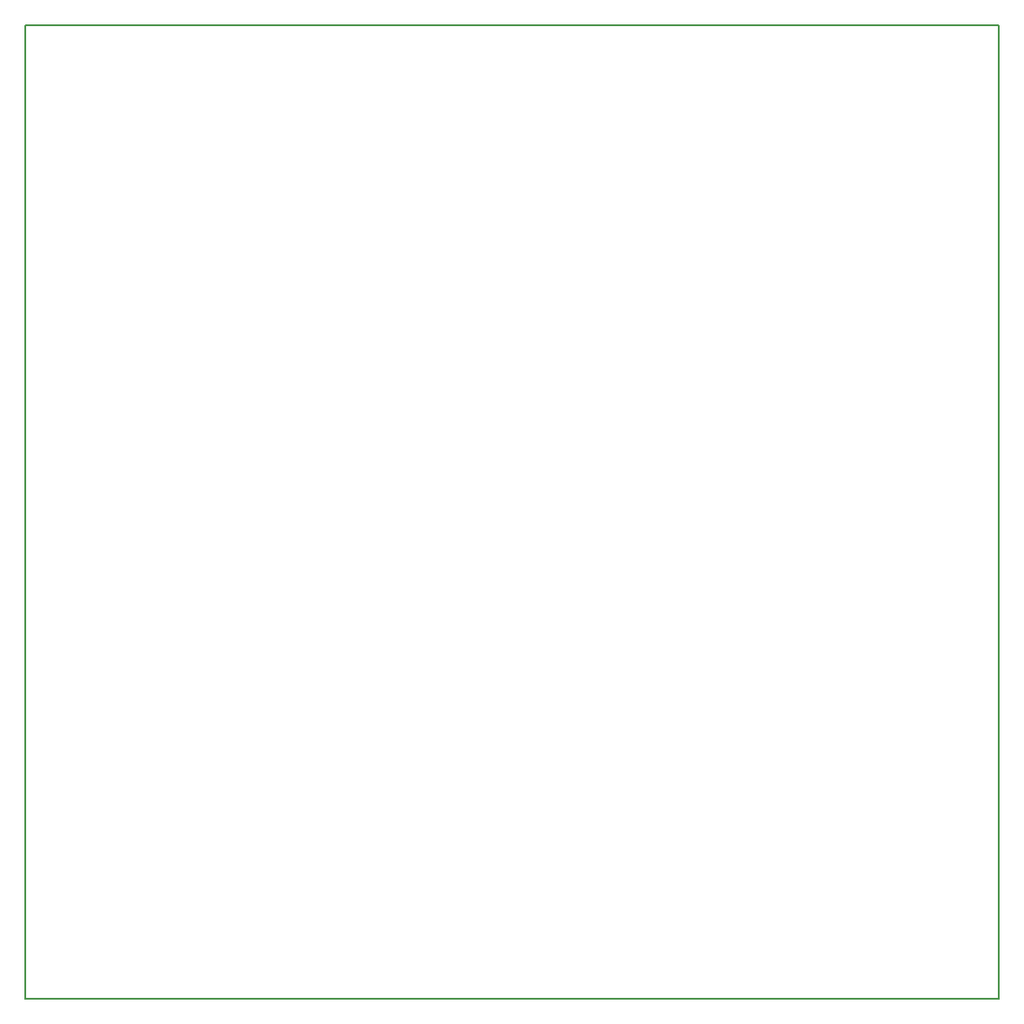
<source format=gko>
G04 #@! TF.FileFunction,Profile,NP*
%FSLAX46Y46*%
G04 Gerber Fmt 4.6, Leading zero omitted, Abs format (unit mm)*
G04 Created by KiCad (PCBNEW 4.0.2+e4-6225~38~ubuntu15.10.1-stable) date Sat 25 Jun 2016 03:23:57 PM EDT*
%MOMM*%
G01*
G04 APERTURE LIST*
%ADD10C,0.100000*%
%ADD11C,0.150000*%
G04 APERTURE END LIST*
D10*
D11*
X0Y0D02*
X0Y91440000D01*
X0Y0D02*
X91440000Y0D01*
X91440000Y0D02*
X91440000Y91440000D01*
X0Y91440000D02*
X91440000Y91440000D01*
M02*

</source>
